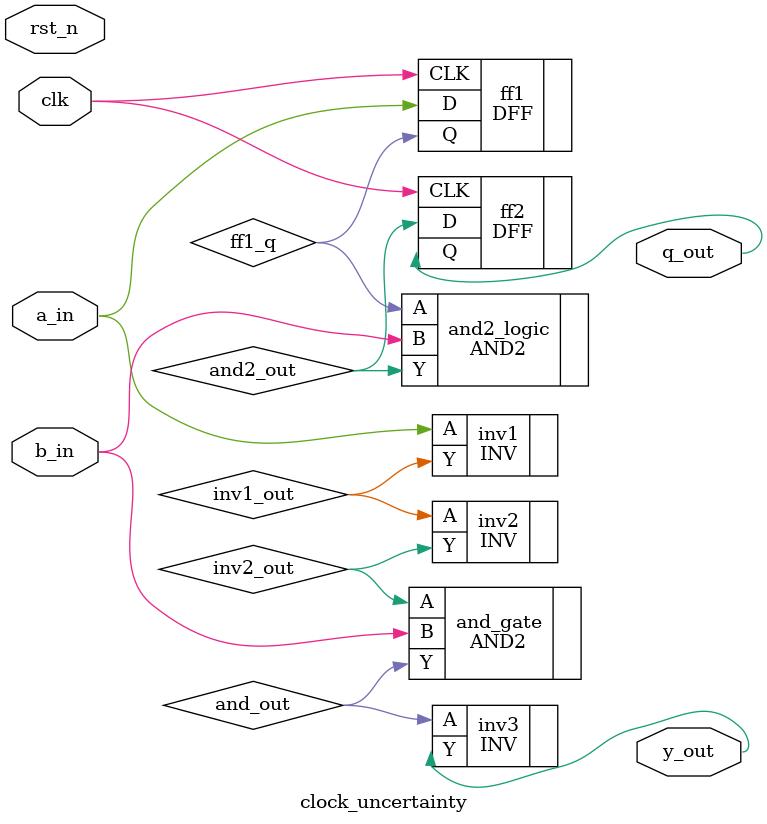
<source format=v>

module clock_uncertainty (
    input wire clk,
    input wire rst_n,
    input wire a_in,
    input wire b_in,
    output wire y_out,
    output wire q_out   // New output from FF2
);

// ========================================
// ORIGINAL I/O PATH (preserved)
// ========================================
wire inv1_out, inv2_out, and_out;

INV inv1 (
    .A(a_in),
    .Y(inv1_out)
);

INV inv2 (
    .A(inv1_out),
    .Y(inv2_out)
);

AND2 and_gate (
    .A(inv2_out),
    .B(b_in),
    .Y(and_out)
);

INV inv3 (
    .A(and_out),
    .Y(y_out)
);

// ========================================
// NEW FF-TO-FF PATH (as per README)
// ========================================
wire ff1_q, and2_out;

// Launch Flip-Flop (FF1)
DFF ff1 (
    .D(a_in),
    .CLK(clk),
    .Q(ff1_q)
);

// Combinational Logic (AND2)
AND2 and2_logic (
    .A(ff1_q),
    .B(b_in),
    .Y(and2_out)
);

// Capture Flip-Flop (FF2)
DFF ff2 (
    .D(and2_out),
    .CLK(clk),
    .Q(q_out)
);

endmodule

</source>
